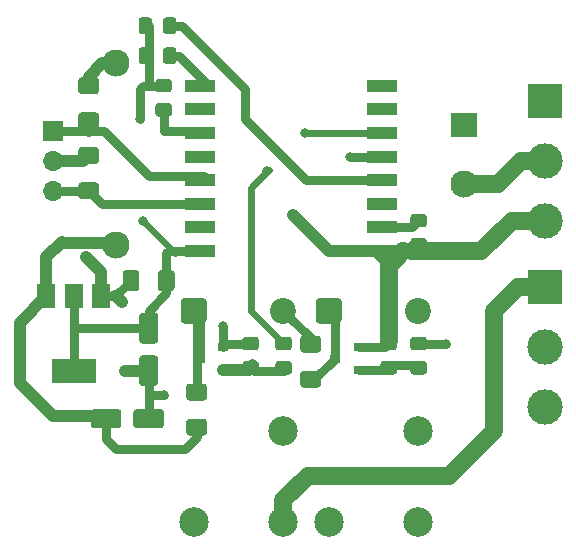
<source format=gbr>
G04 #@! TF.GenerationSoftware,KiCad,Pcbnew,5.1.9-73d0e3b20d~88~ubuntu20.04.1*
G04 #@! TF.CreationDate,2021-04-15T20:46:28+02:00*
G04 #@! TF.ProjectId,FAN-Light,46414e2d-4c69-4676-9874-2e6b69636164,rev?*
G04 #@! TF.SameCoordinates,Original*
G04 #@! TF.FileFunction,Copper,L1,Top*
G04 #@! TF.FilePolarity,Positive*
%FSLAX46Y46*%
G04 Gerber Fmt 4.6, Leading zero omitted, Abs format (unit mm)*
G04 Created by KiCad (PCBNEW 5.1.9-73d0e3b20d~88~ubuntu20.04.1) date 2021-04-15 20:46:28*
%MOMM*%
%LPD*%
G01*
G04 APERTURE LIST*
G04 #@! TA.AperFunction,ComponentPad*
%ADD10C,2.300000*%
G04 #@! TD*
G04 #@! TA.AperFunction,ComponentPad*
%ADD11R,2.300000X2.000000*%
G04 #@! TD*
G04 #@! TA.AperFunction,SMDPad,CuDef*
%ADD12R,2.500000X1.100000*%
G04 #@! TD*
G04 #@! TA.AperFunction,ComponentPad*
%ADD13R,3.000000X3.000000*%
G04 #@! TD*
G04 #@! TA.AperFunction,ComponentPad*
%ADD14C,3.000000*%
G04 #@! TD*
G04 #@! TA.AperFunction,ComponentPad*
%ADD15C,2.500000*%
G04 #@! TD*
G04 #@! TA.AperFunction,ComponentPad*
%ADD16C,2.200000*%
G04 #@! TD*
G04 #@! TA.AperFunction,ComponentPad*
%ADD17R,1.700000X1.700000*%
G04 #@! TD*
G04 #@! TA.AperFunction,ComponentPad*
%ADD18O,1.700000X1.700000*%
G04 #@! TD*
G04 #@! TA.AperFunction,SMDPad,CuDef*
%ADD19R,0.900000X0.800000*%
G04 #@! TD*
G04 #@! TA.AperFunction,SMDPad,CuDef*
%ADD20R,3.800000X2.000000*%
G04 #@! TD*
G04 #@! TA.AperFunction,SMDPad,CuDef*
%ADD21R,1.500000X2.000000*%
G04 #@! TD*
G04 #@! TA.AperFunction,ViaPad*
%ADD22C,0.800000*%
G04 #@! TD*
G04 #@! TA.AperFunction,Conductor*
%ADD23C,0.800000*%
G04 #@! TD*
G04 #@! TA.AperFunction,Conductor*
%ADD24C,1.500000*%
G04 #@! TD*
G04 #@! TA.AperFunction,Conductor*
%ADD25C,1.000000*%
G04 #@! TD*
G04 #@! TA.AperFunction,Conductor*
%ADD26C,0.600000*%
G04 #@! TD*
G04 APERTURE END LIST*
D10*
X136970000Y-99862000D03*
X166370000Y-94662000D03*
D11*
X166370000Y-89662000D03*
D10*
X136970000Y-84462000D03*
D12*
X159480000Y-86360000D03*
X159480000Y-88360000D03*
X159480000Y-90360000D03*
X159480000Y-92360000D03*
X159480000Y-94360000D03*
X159480000Y-96360000D03*
X159480000Y-98360000D03*
X159480000Y-100360000D03*
X144080000Y-100360000D03*
X144080000Y-98360000D03*
X144080000Y-96360000D03*
X144080000Y-94360000D03*
X144080000Y-92360000D03*
X144080000Y-90360000D03*
X144080000Y-88360000D03*
X144080000Y-86360000D03*
D13*
X173228000Y-103378000D03*
D14*
X173228000Y-108458000D03*
X173228000Y-113538000D03*
D15*
X162540000Y-115610000D03*
G04 #@! TA.AperFunction,ComponentPad*
G36*
G01*
X154181000Y-104310000D02*
X155699000Y-104310000D01*
G75*
G02*
X156040000Y-104651000I0J-341000D01*
G01*
X156040000Y-106169000D01*
G75*
G02*
X155699000Y-106510000I-341000J0D01*
G01*
X154181000Y-106510000D01*
G75*
G02*
X153840000Y-106169000I0J341000D01*
G01*
X153840000Y-104651000D01*
G75*
G02*
X154181000Y-104310000I341000J0D01*
G01*
G37*
G04 #@! TD.AperFunction*
D16*
X162540000Y-105410000D03*
D15*
X162540000Y-123310000D03*
X154940000Y-123310000D03*
G04 #@! TA.AperFunction,SMDPad,CuDef*
G36*
G01*
X138925000Y-102245000D02*
X138925000Y-103495000D01*
G75*
G02*
X138675000Y-103745000I-250000J0D01*
G01*
X137750000Y-103745000D01*
G75*
G02*
X137500000Y-103495000I0J250000D01*
G01*
X137500000Y-102245000D01*
G75*
G02*
X137750000Y-101995000I250000J0D01*
G01*
X138675000Y-101995000D01*
G75*
G02*
X138925000Y-102245000I0J-250000D01*
G01*
G37*
G04 #@! TD.AperFunction*
G04 #@! TA.AperFunction,SMDPad,CuDef*
G36*
G01*
X141900000Y-102245000D02*
X141900000Y-103495000D01*
G75*
G02*
X141650000Y-103745000I-250000J0D01*
G01*
X140725000Y-103745000D01*
G75*
G02*
X140475000Y-103495000I0J250000D01*
G01*
X140475000Y-102245000D01*
G75*
G02*
X140725000Y-101995000I250000J0D01*
G01*
X141650000Y-101995000D01*
G75*
G02*
X141900000Y-102245000I0J-250000D01*
G01*
G37*
G04 #@! TD.AperFunction*
G04 #@! TA.AperFunction,SMDPad,CuDef*
G36*
G01*
X139150000Y-105590000D02*
X140250000Y-105590000D01*
G75*
G02*
X140500000Y-105840000I0J-250000D01*
G01*
X140500000Y-107940000D01*
G75*
G02*
X140250000Y-108190000I-250000J0D01*
G01*
X139150000Y-108190000D01*
G75*
G02*
X138900000Y-107940000I0J250000D01*
G01*
X138900000Y-105840000D01*
G75*
G02*
X139150000Y-105590000I250000J0D01*
G01*
G37*
G04 #@! TD.AperFunction*
G04 #@! TA.AperFunction,SMDPad,CuDef*
G36*
G01*
X139150000Y-109190000D02*
X140250000Y-109190000D01*
G75*
G02*
X140500000Y-109440000I0J-250000D01*
G01*
X140500000Y-111540000D01*
G75*
G02*
X140250000Y-111790000I-250000J0D01*
G01*
X139150000Y-111790000D01*
G75*
G02*
X138900000Y-111540000I0J250000D01*
G01*
X138900000Y-109440000D01*
G75*
G02*
X139150000Y-109190000I250000J0D01*
G01*
G37*
G04 #@! TD.AperFunction*
G04 #@! TA.AperFunction,SMDPad,CuDef*
G36*
G01*
X138400000Y-115104000D02*
X138400000Y-114004000D01*
G75*
G02*
X138650000Y-113754000I250000J0D01*
G01*
X140750000Y-113754000D01*
G75*
G02*
X141000000Y-114004000I0J-250000D01*
G01*
X141000000Y-115104000D01*
G75*
G02*
X140750000Y-115354000I-250000J0D01*
G01*
X138650000Y-115354000D01*
G75*
G02*
X138400000Y-115104000I0J250000D01*
G01*
G37*
G04 #@! TD.AperFunction*
G04 #@! TA.AperFunction,SMDPad,CuDef*
G36*
G01*
X134800000Y-115104000D02*
X134800000Y-114004000D01*
G75*
G02*
X135050000Y-113754000I250000J0D01*
G01*
X137150000Y-113754000D01*
G75*
G02*
X137400000Y-114004000I0J-250000D01*
G01*
X137400000Y-115104000D01*
G75*
G02*
X137150000Y-115354000I-250000J0D01*
G01*
X135050000Y-115354000D01*
G75*
G02*
X134800000Y-115104000I0J250000D01*
G01*
G37*
G04 #@! TD.AperFunction*
D14*
X173228000Y-97790000D03*
X173228000Y-92710000D03*
D13*
X173228000Y-87630000D03*
D17*
X131572000Y-90170000D03*
D18*
X131572000Y-92710000D03*
X131572000Y-95250000D03*
D15*
X143510000Y-123310000D03*
X151110000Y-123310000D03*
D16*
X151110000Y-105410000D03*
G04 #@! TA.AperFunction,ComponentPad*
G36*
G01*
X142751000Y-104310000D02*
X144269000Y-104310000D01*
G75*
G02*
X144610000Y-104651000I0J-341000D01*
G01*
X144610000Y-106169000D01*
G75*
G02*
X144269000Y-106510000I-341000J0D01*
G01*
X142751000Y-106510000D01*
G75*
G02*
X142410000Y-106169000I0J341000D01*
G01*
X142410000Y-104651000D01*
G75*
G02*
X142751000Y-104310000I341000J0D01*
G01*
G37*
G04 #@! TD.AperFunction*
D15*
X151110000Y-115610000D03*
D19*
X155480000Y-109474000D03*
X157480000Y-108524000D03*
X157480000Y-110424000D03*
X146034000Y-110424000D03*
X146034000Y-108524000D03*
X144034000Y-109474000D03*
G04 #@! TA.AperFunction,SMDPad,CuDef*
G36*
G01*
X163010001Y-110820000D02*
X162109999Y-110820000D01*
G75*
G02*
X161860000Y-110570001I0J249999D01*
G01*
X161860000Y-109919999D01*
G75*
G02*
X162109999Y-109670000I249999J0D01*
G01*
X163010001Y-109670000D01*
G75*
G02*
X163260000Y-109919999I0J-249999D01*
G01*
X163260000Y-110570001D01*
G75*
G02*
X163010001Y-110820000I-249999J0D01*
G01*
G37*
G04 #@! TD.AperFunction*
G04 #@! TA.AperFunction,SMDPad,CuDef*
G36*
G01*
X163010001Y-108770000D02*
X162109999Y-108770000D01*
G75*
G02*
X161860000Y-108520001I0J249999D01*
G01*
X161860000Y-107869999D01*
G75*
G02*
X162109999Y-107620000I249999J0D01*
G01*
X163010001Y-107620000D01*
G75*
G02*
X163260000Y-107869999I0J-249999D01*
G01*
X163260000Y-108520001D01*
G75*
G02*
X163010001Y-108770000I-249999J0D01*
G01*
G37*
G04 #@! TD.AperFunction*
G04 #@! TA.AperFunction,SMDPad,CuDef*
G36*
G01*
X151580001Y-108770000D02*
X150679999Y-108770000D01*
G75*
G02*
X150430000Y-108520001I0J249999D01*
G01*
X150430000Y-107869999D01*
G75*
G02*
X150679999Y-107620000I249999J0D01*
G01*
X151580001Y-107620000D01*
G75*
G02*
X151830000Y-107869999I0J-249999D01*
G01*
X151830000Y-108520001D01*
G75*
G02*
X151580001Y-108770000I-249999J0D01*
G01*
G37*
G04 #@! TD.AperFunction*
G04 #@! TA.AperFunction,SMDPad,CuDef*
G36*
G01*
X151580001Y-110820000D02*
X150679999Y-110820000D01*
G75*
G02*
X150430000Y-110570001I0J249999D01*
G01*
X150430000Y-109919999D01*
G75*
G02*
X150679999Y-109670000I249999J0D01*
G01*
X151580001Y-109670000D01*
G75*
G02*
X151830000Y-109919999I0J-249999D01*
G01*
X151830000Y-110570001D01*
G75*
G02*
X151580001Y-110820000I-249999J0D01*
G01*
G37*
G04 #@! TD.AperFunction*
G04 #@! TA.AperFunction,SMDPad,CuDef*
G36*
G01*
X148786001Y-110820000D02*
X147885999Y-110820000D01*
G75*
G02*
X147636000Y-110570001I0J249999D01*
G01*
X147636000Y-109919999D01*
G75*
G02*
X147885999Y-109670000I249999J0D01*
G01*
X148786001Y-109670000D01*
G75*
G02*
X149036000Y-109919999I0J-249999D01*
G01*
X149036000Y-110570001D01*
G75*
G02*
X148786001Y-110820000I-249999J0D01*
G01*
G37*
G04 #@! TD.AperFunction*
G04 #@! TA.AperFunction,SMDPad,CuDef*
G36*
G01*
X148786001Y-108770000D02*
X147885999Y-108770000D01*
G75*
G02*
X147636000Y-108520001I0J249999D01*
G01*
X147636000Y-107869999D01*
G75*
G02*
X147885999Y-107620000I249999J0D01*
G01*
X148786001Y-107620000D01*
G75*
G02*
X149036000Y-107869999I0J-249999D01*
G01*
X149036000Y-108520001D01*
G75*
G02*
X148786001Y-108770000I-249999J0D01*
G01*
G37*
G04 #@! TD.AperFunction*
G04 #@! TA.AperFunction,SMDPad,CuDef*
G36*
G01*
X142053000Y-83369999D02*
X142053000Y-84270001D01*
G75*
G02*
X141803001Y-84520000I-249999J0D01*
G01*
X141152999Y-84520000D01*
G75*
G02*
X140903000Y-84270001I0J249999D01*
G01*
X140903000Y-83369999D01*
G75*
G02*
X141152999Y-83120000I249999J0D01*
G01*
X141803001Y-83120000D01*
G75*
G02*
X142053000Y-83369999I0J-249999D01*
G01*
G37*
G04 #@! TD.AperFunction*
G04 #@! TA.AperFunction,SMDPad,CuDef*
G36*
G01*
X140003000Y-83369999D02*
X140003000Y-84270001D01*
G75*
G02*
X139753001Y-84520000I-249999J0D01*
G01*
X139102999Y-84520000D01*
G75*
G02*
X138853000Y-84270001I0J249999D01*
G01*
X138853000Y-83369999D01*
G75*
G02*
X139102999Y-83120000I249999J0D01*
G01*
X139753001Y-83120000D01*
G75*
G02*
X140003000Y-83369999I0J-249999D01*
G01*
G37*
G04 #@! TD.AperFunction*
G04 #@! TA.AperFunction,SMDPad,CuDef*
G36*
G01*
X141420001Y-86935000D02*
X140519999Y-86935000D01*
G75*
G02*
X140270000Y-86685001I0J249999D01*
G01*
X140270000Y-86034999D01*
G75*
G02*
X140519999Y-85785000I249999J0D01*
G01*
X141420001Y-85785000D01*
G75*
G02*
X141670000Y-86034999I0J-249999D01*
G01*
X141670000Y-86685001D01*
G75*
G02*
X141420001Y-86935000I-249999J0D01*
G01*
G37*
G04 #@! TD.AperFunction*
G04 #@! TA.AperFunction,SMDPad,CuDef*
G36*
G01*
X141420001Y-88985000D02*
X140519999Y-88985000D01*
G75*
G02*
X140270000Y-88735001I0J249999D01*
G01*
X140270000Y-88084999D01*
G75*
G02*
X140519999Y-87835000I249999J0D01*
G01*
X141420001Y-87835000D01*
G75*
G02*
X141670000Y-88084999I0J-249999D01*
G01*
X141670000Y-88735001D01*
G75*
G02*
X141420001Y-88985000I-249999J0D01*
G01*
G37*
G04 #@! TD.AperFunction*
G04 #@! TA.AperFunction,SMDPad,CuDef*
G36*
G01*
X140903000Y-81730001D02*
X140903000Y-80829999D01*
G75*
G02*
X141152999Y-80580000I249999J0D01*
G01*
X141803001Y-80580000D01*
G75*
G02*
X142053000Y-80829999I0J-249999D01*
G01*
X142053000Y-81730001D01*
G75*
G02*
X141803001Y-81980000I-249999J0D01*
G01*
X141152999Y-81980000D01*
G75*
G02*
X140903000Y-81730001I0J249999D01*
G01*
G37*
G04 #@! TD.AperFunction*
G04 #@! TA.AperFunction,SMDPad,CuDef*
G36*
G01*
X138853000Y-81730001D02*
X138853000Y-80829999D01*
G75*
G02*
X139102999Y-80580000I249999J0D01*
G01*
X139753001Y-80580000D01*
G75*
G02*
X140003000Y-80829999I0J-249999D01*
G01*
X140003000Y-81730001D01*
G75*
G02*
X139753001Y-81980000I-249999J0D01*
G01*
X139102999Y-81980000D01*
G75*
G02*
X138853000Y-81730001I0J249999D01*
G01*
G37*
G04 #@! TD.AperFunction*
G04 #@! TA.AperFunction,SMDPad,CuDef*
G36*
G01*
X163010001Y-100415000D02*
X162109999Y-100415000D01*
G75*
G02*
X161860000Y-100165001I0J249999D01*
G01*
X161860000Y-99514999D01*
G75*
G02*
X162109999Y-99265000I249999J0D01*
G01*
X163010001Y-99265000D01*
G75*
G02*
X163260000Y-99514999I0J-249999D01*
G01*
X163260000Y-100165001D01*
G75*
G02*
X163010001Y-100415000I-249999J0D01*
G01*
G37*
G04 #@! TD.AperFunction*
G04 #@! TA.AperFunction,SMDPad,CuDef*
G36*
G01*
X163010001Y-98365000D02*
X162109999Y-98365000D01*
G75*
G02*
X161860000Y-98115001I0J249999D01*
G01*
X161860000Y-97464999D01*
G75*
G02*
X162109999Y-97215000I249999J0D01*
G01*
X163010001Y-97215000D01*
G75*
G02*
X163260000Y-97464999I0J-249999D01*
G01*
X163260000Y-98115001D01*
G75*
G02*
X163010001Y-98365000I-249999J0D01*
G01*
G37*
G04 #@! TD.AperFunction*
D20*
X133350000Y-110490000D03*
D21*
X133350000Y-104190000D03*
X131050000Y-104190000D03*
X135650000Y-104190000D03*
G04 #@! TA.AperFunction,SMDPad,CuDef*
G36*
G01*
X133995000Y-85647500D02*
X135245000Y-85647500D01*
G75*
G02*
X135495000Y-85897500I0J-250000D01*
G01*
X135495000Y-86822500D01*
G75*
G02*
X135245000Y-87072500I-250000J0D01*
G01*
X133995000Y-87072500D01*
G75*
G02*
X133745000Y-86822500I0J250000D01*
G01*
X133745000Y-85897500D01*
G75*
G02*
X133995000Y-85647500I250000J0D01*
G01*
G37*
G04 #@! TD.AperFunction*
G04 #@! TA.AperFunction,SMDPad,CuDef*
G36*
G01*
X133995000Y-88622500D02*
X135245000Y-88622500D01*
G75*
G02*
X135495000Y-88872500I0J-250000D01*
G01*
X135495000Y-89797500D01*
G75*
G02*
X135245000Y-90047500I-250000J0D01*
G01*
X133995000Y-90047500D01*
G75*
G02*
X133745000Y-89797500I0J250000D01*
G01*
X133745000Y-88872500D01*
G75*
G02*
X133995000Y-88622500I250000J0D01*
G01*
G37*
G04 #@! TD.AperFunction*
G04 #@! TA.AperFunction,SMDPad,CuDef*
G36*
G01*
X135245000Y-92987500D02*
X133995000Y-92987500D01*
G75*
G02*
X133745000Y-92737500I0J250000D01*
G01*
X133745000Y-91812500D01*
G75*
G02*
X133995000Y-91562500I250000J0D01*
G01*
X135245000Y-91562500D01*
G75*
G02*
X135495000Y-91812500I0J-250000D01*
G01*
X135495000Y-92737500D01*
G75*
G02*
X135245000Y-92987500I-250000J0D01*
G01*
G37*
G04 #@! TD.AperFunction*
G04 #@! TA.AperFunction,SMDPad,CuDef*
G36*
G01*
X135245000Y-95962500D02*
X133995000Y-95962500D01*
G75*
G02*
X133745000Y-95712500I0J250000D01*
G01*
X133745000Y-94787500D01*
G75*
G02*
X133995000Y-94537500I250000J0D01*
G01*
X135245000Y-94537500D01*
G75*
G02*
X135495000Y-94787500I0J-250000D01*
G01*
X135495000Y-95712500D01*
G75*
G02*
X135245000Y-95962500I-250000J0D01*
G01*
G37*
G04 #@! TD.AperFunction*
G04 #@! TA.AperFunction,SMDPad,CuDef*
G36*
G01*
X160470001Y-110820000D02*
X159569999Y-110820000D01*
G75*
G02*
X159320000Y-110570001I0J249999D01*
G01*
X159320000Y-109919999D01*
G75*
G02*
X159569999Y-109670000I249999J0D01*
G01*
X160470001Y-109670000D01*
G75*
G02*
X160720000Y-109919999I0J-249999D01*
G01*
X160720000Y-110570001D01*
G75*
G02*
X160470001Y-110820000I-249999J0D01*
G01*
G37*
G04 #@! TD.AperFunction*
G04 #@! TA.AperFunction,SMDPad,CuDef*
G36*
G01*
X160470001Y-108770000D02*
X159569999Y-108770000D01*
G75*
G02*
X159320000Y-108520001I0J249999D01*
G01*
X159320000Y-107869999D01*
G75*
G02*
X159569999Y-107620000I249999J0D01*
G01*
X160470001Y-107620000D01*
G75*
G02*
X160720000Y-107869999I0J-249999D01*
G01*
X160720000Y-108520001D01*
G75*
G02*
X160470001Y-108770000I-249999J0D01*
G01*
G37*
G04 #@! TD.AperFunction*
G04 #@! TA.AperFunction,SMDPad,CuDef*
G36*
G01*
X152791000Y-110503000D02*
X154041000Y-110503000D01*
G75*
G02*
X154291000Y-110753000I0J-250000D01*
G01*
X154291000Y-111678000D01*
G75*
G02*
X154041000Y-111928000I-250000J0D01*
G01*
X152791000Y-111928000D01*
G75*
G02*
X152541000Y-111678000I0J250000D01*
G01*
X152541000Y-110753000D01*
G75*
G02*
X152791000Y-110503000I250000J0D01*
G01*
G37*
G04 #@! TD.AperFunction*
G04 #@! TA.AperFunction,SMDPad,CuDef*
G36*
G01*
X152791000Y-107528000D02*
X154041000Y-107528000D01*
G75*
G02*
X154291000Y-107778000I0J-250000D01*
G01*
X154291000Y-108703000D01*
G75*
G02*
X154041000Y-108953000I-250000J0D01*
G01*
X152791000Y-108953000D01*
G75*
G02*
X152541000Y-108703000I0J250000D01*
G01*
X152541000Y-107778000D01*
G75*
G02*
X152791000Y-107528000I250000J0D01*
G01*
G37*
G04 #@! TD.AperFunction*
G04 #@! TA.AperFunction,SMDPad,CuDef*
G36*
G01*
X144389000Y-115992000D02*
X143139000Y-115992000D01*
G75*
G02*
X142889000Y-115742000I0J250000D01*
G01*
X142889000Y-114817000D01*
G75*
G02*
X143139000Y-114567000I250000J0D01*
G01*
X144389000Y-114567000D01*
G75*
G02*
X144639000Y-114817000I0J-250000D01*
G01*
X144639000Y-115742000D01*
G75*
G02*
X144389000Y-115992000I-250000J0D01*
G01*
G37*
G04 #@! TD.AperFunction*
G04 #@! TA.AperFunction,SMDPad,CuDef*
G36*
G01*
X144389000Y-113017000D02*
X143139000Y-113017000D01*
G75*
G02*
X142889000Y-112767000I0J250000D01*
G01*
X142889000Y-111842000D01*
G75*
G02*
X143139000Y-111592000I250000J0D01*
G01*
X144389000Y-111592000D01*
G75*
G02*
X144639000Y-111842000I0J-250000D01*
G01*
X144639000Y-112767000D01*
G75*
G02*
X144389000Y-113017000I-250000J0D01*
G01*
G37*
G04 #@! TD.AperFunction*
D22*
X134366000Y-100838000D03*
X137414000Y-104648000D03*
X137668000Y-110490000D03*
X152019000Y-97409000D03*
X146034000Y-106696000D03*
X140970000Y-112522000D03*
X138938000Y-89154000D03*
X139192000Y-97790000D03*
X164855000Y-108195000D03*
X156718000Y-92360000D03*
X152908000Y-90360000D03*
X149733000Y-93599000D03*
D23*
X136892500Y-104190000D02*
X138212500Y-102870000D01*
X135650000Y-104190000D02*
X136892500Y-104190000D01*
X162040000Y-100360000D02*
X162560000Y-99840000D01*
X160020000Y-101600000D02*
X158780000Y-100360000D01*
D24*
X160020000Y-101600000D02*
X161260000Y-100360000D01*
D23*
X161260000Y-100360000D02*
X162040000Y-100360000D01*
X158780000Y-100360000D02*
X161260000Y-100360000D01*
D25*
X134185000Y-92710000D02*
X134620000Y-92275000D01*
X132080000Y-92710000D02*
X134185000Y-92710000D01*
D24*
X160020000Y-101600000D02*
X160020000Y-102235000D01*
D25*
X139700000Y-110490000D02*
X137668000Y-110490000D01*
X136892500Y-104190000D02*
X136956000Y-104190000D01*
X136956000Y-104190000D02*
X137414000Y-104648000D01*
D24*
X160020000Y-102235000D02*
X160020000Y-107950000D01*
D23*
X146034000Y-108524000D02*
X146034000Y-108474000D01*
X146313000Y-108195000D02*
X148336000Y-108195000D01*
X146034000Y-108474000D02*
X146313000Y-108195000D01*
X159691000Y-108524000D02*
X160020000Y-108195000D01*
X157480000Y-108524000D02*
X159691000Y-108524000D01*
D25*
X158780000Y-100360000D02*
X154970000Y-100360000D01*
X154970000Y-100360000D02*
X152019000Y-97409000D01*
X152019000Y-97409000D02*
X151892000Y-97282000D01*
D23*
X146034000Y-108524000D02*
X146034000Y-106696000D01*
X139700000Y-112522000D02*
X140970000Y-112522000D01*
X139700000Y-114300000D02*
X139700000Y-112522000D01*
X139700000Y-112522000D02*
X139700000Y-110490000D01*
D25*
X134620000Y-86360000D02*
X134620000Y-85598000D01*
X135756000Y-84462000D02*
X136970000Y-84462000D01*
X134620000Y-85598000D02*
X135756000Y-84462000D01*
X135650000Y-104190000D02*
X135650000Y-102122000D01*
X135650000Y-102122000D02*
X134620000Y-101092000D01*
X134620000Y-101092000D02*
X134366000Y-100838000D01*
D24*
X173228000Y-97790000D02*
X170434000Y-97790000D01*
X167864000Y-100360000D02*
X162040000Y-100360000D01*
X170434000Y-97790000D02*
X167864000Y-100360000D01*
D23*
X140970000Y-86360000D02*
X139700000Y-86360000D01*
X139700000Y-86360000D02*
X139700000Y-83820000D01*
X139700000Y-83820000D02*
X139700000Y-81280000D01*
X133560000Y-106890000D02*
X133350000Y-106680000D01*
X139700000Y-106890000D02*
X133560000Y-106890000D01*
X133350000Y-106680000D02*
X133350000Y-104190000D01*
X133350000Y-110490000D02*
X133350000Y-106680000D01*
X139700000Y-106890000D02*
X139700000Y-105410000D01*
X141187500Y-103922500D02*
X141187500Y-102870000D01*
X139700000Y-105410000D02*
X141187500Y-103922500D01*
X141187500Y-100547500D02*
X141405000Y-100330000D01*
X141187500Y-102870000D02*
X141187500Y-100547500D01*
X144750000Y-100330000D02*
X144780000Y-100360000D01*
X141405000Y-100330000D02*
X144750000Y-100330000D01*
X139700000Y-86360000D02*
X139192000Y-86360000D01*
X139192000Y-86360000D02*
X138938000Y-86614000D01*
X138938000Y-86614000D02*
X138938000Y-89154000D01*
D26*
X141405000Y-100330000D02*
X141405000Y-100003000D01*
X141405000Y-100003000D02*
X139192000Y-97790000D01*
X139192000Y-97790000D02*
X141909990Y-100507990D01*
D23*
X131050000Y-104190000D02*
X131050000Y-103110000D01*
D25*
X136100000Y-114300000D02*
X131572000Y-114300000D01*
X131572000Y-114300000D02*
X128778000Y-111506000D01*
X128778000Y-106462000D02*
X131050000Y-104190000D01*
X128778000Y-111506000D02*
X128778000Y-106462000D01*
X131050000Y-104190000D02*
X131050000Y-100852000D01*
X131050000Y-100852000D02*
X132334000Y-99568000D01*
X136745991Y-99637991D02*
X136970000Y-99862000D01*
X132403991Y-99637991D02*
X136745991Y-99637991D01*
X132334000Y-99568000D02*
X132403991Y-99637991D01*
D23*
X136100000Y-114554000D02*
X136100000Y-116288000D01*
X136100000Y-116288000D02*
X136906000Y-117094000D01*
X136906000Y-117094000D02*
X142748000Y-117094000D01*
X143764000Y-116078000D02*
X143764000Y-114989000D01*
X142748000Y-117094000D02*
X143764000Y-116078000D01*
X153670000Y-107970000D02*
X151110000Y-105410000D01*
X153670000Y-108240500D02*
X153670000Y-107970000D01*
X155480000Y-105950000D02*
X154940000Y-105410000D01*
X155480000Y-109474000D02*
X155480000Y-105950000D01*
X153738500Y-111215500D02*
X155480000Y-109474000D01*
X153670000Y-111215500D02*
X153738500Y-111215500D01*
X144034000Y-105934000D02*
X143510000Y-105410000D01*
X144034000Y-109474000D02*
X144034000Y-105934000D01*
X143764000Y-105664000D02*
X143510000Y-105410000D01*
X143764000Y-112014000D02*
X143764000Y-105664000D01*
D24*
X151110000Y-121432000D02*
X153162000Y-119380000D01*
X153162000Y-119380000D02*
X165100000Y-119380000D01*
X165100000Y-119380000D02*
X168910000Y-115570000D01*
X168910000Y-115570000D02*
X168910000Y-105410000D01*
X170942000Y-103378000D02*
X173228000Y-103378000D01*
X168910000Y-105410000D02*
X170942000Y-103378000D01*
X151110000Y-121432000D02*
X151110000Y-123310000D01*
D23*
X144400000Y-93980000D02*
X144780000Y-94360000D01*
X139700000Y-93980000D02*
X144400000Y-93980000D01*
X132080000Y-90170000D02*
X133350000Y-90170000D01*
X139700000Y-93980000D02*
X135890000Y-90170000D01*
D25*
X134620000Y-90170000D02*
X134620000Y-89335000D01*
D23*
X135890000Y-90170000D02*
X134620000Y-90170000D01*
X134620000Y-90170000D02*
X132080000Y-90170000D01*
X135730000Y-96360000D02*
X134620000Y-95250000D01*
X144780000Y-96360000D02*
X135730000Y-96360000D01*
X134620000Y-95250000D02*
X131572000Y-95250000D01*
X162315000Y-110000000D02*
X162560000Y-110245000D01*
X160020000Y-110000000D02*
X162315000Y-110000000D01*
X159841000Y-110424000D02*
X160020000Y-110245000D01*
X157480000Y-110424000D02*
X159841000Y-110424000D01*
X148590000Y-110000000D02*
X148590000Y-110490000D01*
X148590000Y-110490000D02*
X151130000Y-110490000D01*
X148440000Y-109850000D02*
X148590000Y-110000000D01*
D25*
X148157000Y-110424000D02*
X148336000Y-110245000D01*
X146034000Y-110424000D02*
X148157000Y-110424000D01*
D23*
X162560000Y-108195000D02*
X164855000Y-108195000D01*
X158780000Y-92360000D02*
X156718000Y-92360000D01*
D26*
X151130000Y-108195000D02*
X148336000Y-105401000D01*
X148336000Y-105401000D02*
X148336000Y-94996000D01*
X148336000Y-94996000D02*
X149733000Y-93599000D01*
X149733000Y-93599000D02*
X149860000Y-93472000D01*
X152908000Y-90360000D02*
X158780000Y-90360000D01*
D23*
X141478000Y-83820000D02*
X141986000Y-83820000D01*
X144526000Y-86360000D02*
X144780000Y-86360000D01*
X142240000Y-83820000D02*
X144780000Y-86360000D01*
X141478000Y-83820000D02*
X142240000Y-83820000D01*
X140970000Y-88410000D02*
X140970000Y-90170000D01*
X144590000Y-90170000D02*
X144780000Y-90360000D01*
X140970000Y-90170000D02*
X144590000Y-90170000D01*
X141478000Y-81280000D02*
X142494000Y-81280000D01*
X142494000Y-81280000D02*
X147828000Y-86614000D01*
X147828000Y-86614000D02*
X147828000Y-89154000D01*
X153034000Y-94360000D02*
X158780000Y-94360000D01*
X147828000Y-89154000D02*
X153034000Y-94360000D01*
X161990000Y-98360000D02*
X162560000Y-97790000D01*
X158780000Y-98360000D02*
X161990000Y-98360000D01*
D24*
X166370000Y-94662000D02*
X169244000Y-94662000D01*
X171196000Y-92710000D02*
X173228000Y-92710000D01*
X169244000Y-94662000D02*
X171196000Y-92710000D01*
M02*

</source>
